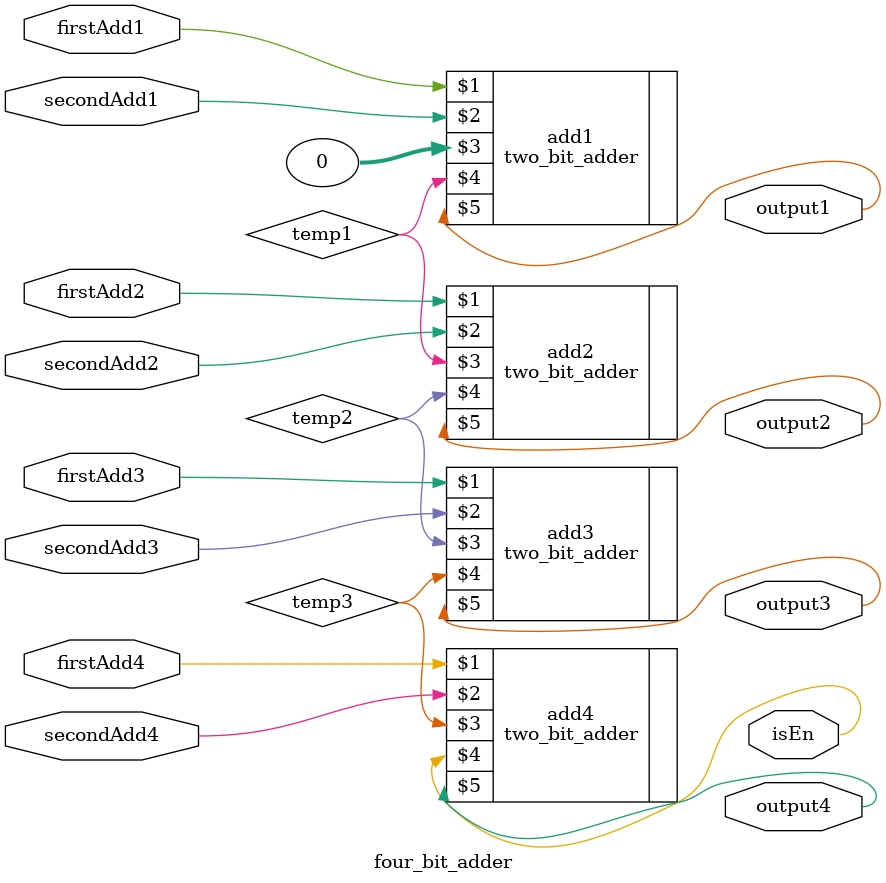
<source format=v>
`timescale 1ns / 1ps

// 4 is the higest 
module four_bit_adder(
input firstAdd1,
input firstAdd2,
input firstAdd3,
input firstAdd4,
input secondAdd1,
input secondAdd2,
input secondAdd3,
input secondAdd4,
output isEn,
output output4,
output output3,
output output2,
output output1
);
wire temp1;
wire temp2;
wire temp3;
two_bit_adder add1(firstAdd1,secondAdd1,0,temp1,output1);
two_bit_adder add2(firstAdd2,secondAdd2,temp1,temp2,output2);
two_bit_adder add3(firstAdd3,secondAdd3,temp2,temp3,output3);
two_bit_adder add4(firstAdd4,secondAdd4,temp3,isEn,output4);

endmodule

</source>
